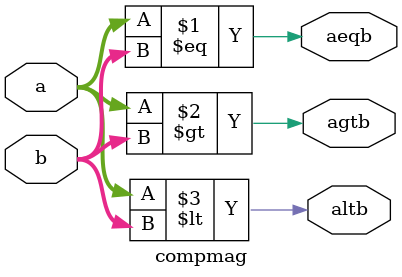
<source format=sv>
module compmag (
    input logic[3:0] a, b,
    output logic aeqb, agtb, altb
);
    assign aeqb = (a == b);
    assign agtb = (a > b);
    assign altb = (a < b);

endmodule
</source>
